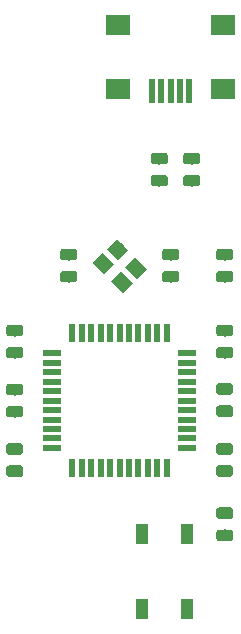
<source format=gtp>
G04 #@! TF.GenerationSoftware,KiCad,Pcbnew,(5.1.2)-2*
G04 #@! TF.CreationDate,2020-01-02T13:45:33-06:00*
G04 #@! TF.ProjectId,untitled-keyboard-project,756e7469-746c-4656-942d-6b6579626f61,rev?*
G04 #@! TF.SameCoordinates,Original*
G04 #@! TF.FileFunction,Paste,Top*
G04 #@! TF.FilePolarity,Positive*
%FSLAX46Y46*%
G04 Gerber Fmt 4.6, Leading zero omitted, Abs format (unit mm)*
G04 Created by KiCad (PCBNEW (5.1.2)-2) date 2020-01-02 13:45:33*
%MOMM*%
%LPD*%
G04 APERTURE LIST*
%ADD10R,1.000000X1.700000*%
%ADD11C,0.100000*%
%ADD12C,0.975000*%
%ADD13R,0.550000X1.500000*%
%ADD14R,1.500000X0.550000*%
%ADD15R,2.000000X1.700000*%
%ADD16R,0.500000X2.000000*%
%ADD17C,1.200000*%
G04 APERTURE END LIST*
D10*
X197480000Y-87274000D03*
X197480000Y-93574000D03*
X193680000Y-87274000D03*
X193680000Y-93574000D03*
D11*
G36*
X201140142Y-84984674D02*
G01*
X201163803Y-84988184D01*
X201187007Y-84993996D01*
X201209529Y-85002054D01*
X201231153Y-85012282D01*
X201251670Y-85024579D01*
X201270883Y-85038829D01*
X201288607Y-85054893D01*
X201304671Y-85072617D01*
X201318921Y-85091830D01*
X201331218Y-85112347D01*
X201341446Y-85133971D01*
X201349504Y-85156493D01*
X201355316Y-85179697D01*
X201358826Y-85203358D01*
X201360000Y-85227250D01*
X201360000Y-85714750D01*
X201358826Y-85738642D01*
X201355316Y-85762303D01*
X201349504Y-85785507D01*
X201341446Y-85808029D01*
X201331218Y-85829653D01*
X201318921Y-85850170D01*
X201304671Y-85869383D01*
X201288607Y-85887107D01*
X201270883Y-85903171D01*
X201251670Y-85917421D01*
X201231153Y-85929718D01*
X201209529Y-85939946D01*
X201187007Y-85948004D01*
X201163803Y-85953816D01*
X201140142Y-85957326D01*
X201116250Y-85958500D01*
X200203750Y-85958500D01*
X200179858Y-85957326D01*
X200156197Y-85953816D01*
X200132993Y-85948004D01*
X200110471Y-85939946D01*
X200088847Y-85929718D01*
X200068330Y-85917421D01*
X200049117Y-85903171D01*
X200031393Y-85887107D01*
X200015329Y-85869383D01*
X200001079Y-85850170D01*
X199988782Y-85829653D01*
X199978554Y-85808029D01*
X199970496Y-85785507D01*
X199964684Y-85762303D01*
X199961174Y-85738642D01*
X199960000Y-85714750D01*
X199960000Y-85227250D01*
X199961174Y-85203358D01*
X199964684Y-85179697D01*
X199970496Y-85156493D01*
X199978554Y-85133971D01*
X199988782Y-85112347D01*
X200001079Y-85091830D01*
X200015329Y-85072617D01*
X200031393Y-85054893D01*
X200049117Y-85038829D01*
X200068330Y-85024579D01*
X200088847Y-85012282D01*
X200110471Y-85002054D01*
X200132993Y-84993996D01*
X200156197Y-84988184D01*
X200179858Y-84984674D01*
X200203750Y-84983500D01*
X201116250Y-84983500D01*
X201140142Y-84984674D01*
X201140142Y-84984674D01*
G37*
D12*
X200660000Y-85471000D03*
D11*
G36*
X201140142Y-86859674D02*
G01*
X201163803Y-86863184D01*
X201187007Y-86868996D01*
X201209529Y-86877054D01*
X201231153Y-86887282D01*
X201251670Y-86899579D01*
X201270883Y-86913829D01*
X201288607Y-86929893D01*
X201304671Y-86947617D01*
X201318921Y-86966830D01*
X201331218Y-86987347D01*
X201341446Y-87008971D01*
X201349504Y-87031493D01*
X201355316Y-87054697D01*
X201358826Y-87078358D01*
X201360000Y-87102250D01*
X201360000Y-87589750D01*
X201358826Y-87613642D01*
X201355316Y-87637303D01*
X201349504Y-87660507D01*
X201341446Y-87683029D01*
X201331218Y-87704653D01*
X201318921Y-87725170D01*
X201304671Y-87744383D01*
X201288607Y-87762107D01*
X201270883Y-87778171D01*
X201251670Y-87792421D01*
X201231153Y-87804718D01*
X201209529Y-87814946D01*
X201187007Y-87823004D01*
X201163803Y-87828816D01*
X201140142Y-87832326D01*
X201116250Y-87833500D01*
X200203750Y-87833500D01*
X200179858Y-87832326D01*
X200156197Y-87828816D01*
X200132993Y-87823004D01*
X200110471Y-87814946D01*
X200088847Y-87804718D01*
X200068330Y-87792421D01*
X200049117Y-87778171D01*
X200031393Y-87762107D01*
X200015329Y-87744383D01*
X200001079Y-87725170D01*
X199988782Y-87704653D01*
X199978554Y-87683029D01*
X199970496Y-87660507D01*
X199964684Y-87637303D01*
X199961174Y-87613642D01*
X199960000Y-87589750D01*
X199960000Y-87102250D01*
X199961174Y-87078358D01*
X199964684Y-87054697D01*
X199970496Y-87031493D01*
X199978554Y-87008971D01*
X199988782Y-86987347D01*
X200001079Y-86966830D01*
X200015329Y-86947617D01*
X200031393Y-86929893D01*
X200049117Y-86913829D01*
X200068330Y-86899579D01*
X200088847Y-86887282D01*
X200110471Y-86877054D01*
X200132993Y-86868996D01*
X200156197Y-86863184D01*
X200179858Y-86859674D01*
X200203750Y-86858500D01*
X201116250Y-86858500D01*
X201140142Y-86859674D01*
X201140142Y-86859674D01*
G37*
D12*
X200660000Y-87346000D03*
D11*
G36*
X201140142Y-63092174D02*
G01*
X201163803Y-63095684D01*
X201187007Y-63101496D01*
X201209529Y-63109554D01*
X201231153Y-63119782D01*
X201251670Y-63132079D01*
X201270883Y-63146329D01*
X201288607Y-63162393D01*
X201304671Y-63180117D01*
X201318921Y-63199330D01*
X201331218Y-63219847D01*
X201341446Y-63241471D01*
X201349504Y-63263993D01*
X201355316Y-63287197D01*
X201358826Y-63310858D01*
X201360000Y-63334750D01*
X201360000Y-63822250D01*
X201358826Y-63846142D01*
X201355316Y-63869803D01*
X201349504Y-63893007D01*
X201341446Y-63915529D01*
X201331218Y-63937153D01*
X201318921Y-63957670D01*
X201304671Y-63976883D01*
X201288607Y-63994607D01*
X201270883Y-64010671D01*
X201251670Y-64024921D01*
X201231153Y-64037218D01*
X201209529Y-64047446D01*
X201187007Y-64055504D01*
X201163803Y-64061316D01*
X201140142Y-64064826D01*
X201116250Y-64066000D01*
X200203750Y-64066000D01*
X200179858Y-64064826D01*
X200156197Y-64061316D01*
X200132993Y-64055504D01*
X200110471Y-64047446D01*
X200088847Y-64037218D01*
X200068330Y-64024921D01*
X200049117Y-64010671D01*
X200031393Y-63994607D01*
X200015329Y-63976883D01*
X200001079Y-63957670D01*
X199988782Y-63937153D01*
X199978554Y-63915529D01*
X199970496Y-63893007D01*
X199964684Y-63869803D01*
X199961174Y-63846142D01*
X199960000Y-63822250D01*
X199960000Y-63334750D01*
X199961174Y-63310858D01*
X199964684Y-63287197D01*
X199970496Y-63263993D01*
X199978554Y-63241471D01*
X199988782Y-63219847D01*
X200001079Y-63199330D01*
X200015329Y-63180117D01*
X200031393Y-63162393D01*
X200049117Y-63146329D01*
X200068330Y-63132079D01*
X200088847Y-63119782D01*
X200110471Y-63109554D01*
X200132993Y-63101496D01*
X200156197Y-63095684D01*
X200179858Y-63092174D01*
X200203750Y-63091000D01*
X201116250Y-63091000D01*
X201140142Y-63092174D01*
X201140142Y-63092174D01*
G37*
D12*
X200660000Y-63578500D03*
D11*
G36*
X201140142Y-64967174D02*
G01*
X201163803Y-64970684D01*
X201187007Y-64976496D01*
X201209529Y-64984554D01*
X201231153Y-64994782D01*
X201251670Y-65007079D01*
X201270883Y-65021329D01*
X201288607Y-65037393D01*
X201304671Y-65055117D01*
X201318921Y-65074330D01*
X201331218Y-65094847D01*
X201341446Y-65116471D01*
X201349504Y-65138993D01*
X201355316Y-65162197D01*
X201358826Y-65185858D01*
X201360000Y-65209750D01*
X201360000Y-65697250D01*
X201358826Y-65721142D01*
X201355316Y-65744803D01*
X201349504Y-65768007D01*
X201341446Y-65790529D01*
X201331218Y-65812153D01*
X201318921Y-65832670D01*
X201304671Y-65851883D01*
X201288607Y-65869607D01*
X201270883Y-65885671D01*
X201251670Y-65899921D01*
X201231153Y-65912218D01*
X201209529Y-65922446D01*
X201187007Y-65930504D01*
X201163803Y-65936316D01*
X201140142Y-65939826D01*
X201116250Y-65941000D01*
X200203750Y-65941000D01*
X200179858Y-65939826D01*
X200156197Y-65936316D01*
X200132993Y-65930504D01*
X200110471Y-65922446D01*
X200088847Y-65912218D01*
X200068330Y-65899921D01*
X200049117Y-65885671D01*
X200031393Y-65869607D01*
X200015329Y-65851883D01*
X200001079Y-65832670D01*
X199988782Y-65812153D01*
X199978554Y-65790529D01*
X199970496Y-65768007D01*
X199964684Y-65744803D01*
X199961174Y-65721142D01*
X199960000Y-65697250D01*
X199960000Y-65209750D01*
X199961174Y-65185858D01*
X199964684Y-65162197D01*
X199970496Y-65138993D01*
X199978554Y-65116471D01*
X199988782Y-65094847D01*
X200001079Y-65074330D01*
X200015329Y-65055117D01*
X200031393Y-65037393D01*
X200049117Y-65021329D01*
X200068330Y-65007079D01*
X200088847Y-64994782D01*
X200110471Y-64984554D01*
X200132993Y-64976496D01*
X200156197Y-64970684D01*
X200179858Y-64967174D01*
X200203750Y-64966000D01*
X201116250Y-64966000D01*
X201140142Y-64967174D01*
X201140142Y-64967174D01*
G37*
D12*
X200660000Y-65453500D03*
D11*
G36*
X201140142Y-79538674D02*
G01*
X201163803Y-79542184D01*
X201187007Y-79547996D01*
X201209529Y-79556054D01*
X201231153Y-79566282D01*
X201251670Y-79578579D01*
X201270883Y-79592829D01*
X201288607Y-79608893D01*
X201304671Y-79626617D01*
X201318921Y-79645830D01*
X201331218Y-79666347D01*
X201341446Y-79687971D01*
X201349504Y-79710493D01*
X201355316Y-79733697D01*
X201358826Y-79757358D01*
X201360000Y-79781250D01*
X201360000Y-80268750D01*
X201358826Y-80292642D01*
X201355316Y-80316303D01*
X201349504Y-80339507D01*
X201341446Y-80362029D01*
X201331218Y-80383653D01*
X201318921Y-80404170D01*
X201304671Y-80423383D01*
X201288607Y-80441107D01*
X201270883Y-80457171D01*
X201251670Y-80471421D01*
X201231153Y-80483718D01*
X201209529Y-80493946D01*
X201187007Y-80502004D01*
X201163803Y-80507816D01*
X201140142Y-80511326D01*
X201116250Y-80512500D01*
X200203750Y-80512500D01*
X200179858Y-80511326D01*
X200156197Y-80507816D01*
X200132993Y-80502004D01*
X200110471Y-80493946D01*
X200088847Y-80483718D01*
X200068330Y-80471421D01*
X200049117Y-80457171D01*
X200031393Y-80441107D01*
X200015329Y-80423383D01*
X200001079Y-80404170D01*
X199988782Y-80383653D01*
X199978554Y-80362029D01*
X199970496Y-80339507D01*
X199964684Y-80316303D01*
X199961174Y-80292642D01*
X199960000Y-80268750D01*
X199960000Y-79781250D01*
X199961174Y-79757358D01*
X199964684Y-79733697D01*
X199970496Y-79710493D01*
X199978554Y-79687971D01*
X199988782Y-79666347D01*
X200001079Y-79645830D01*
X200015329Y-79626617D01*
X200031393Y-79608893D01*
X200049117Y-79592829D01*
X200068330Y-79578579D01*
X200088847Y-79566282D01*
X200110471Y-79556054D01*
X200132993Y-79547996D01*
X200156197Y-79542184D01*
X200179858Y-79538674D01*
X200203750Y-79537500D01*
X201116250Y-79537500D01*
X201140142Y-79538674D01*
X201140142Y-79538674D01*
G37*
D12*
X200660000Y-80025000D03*
D11*
G36*
X201140142Y-81413674D02*
G01*
X201163803Y-81417184D01*
X201187007Y-81422996D01*
X201209529Y-81431054D01*
X201231153Y-81441282D01*
X201251670Y-81453579D01*
X201270883Y-81467829D01*
X201288607Y-81483893D01*
X201304671Y-81501617D01*
X201318921Y-81520830D01*
X201331218Y-81541347D01*
X201341446Y-81562971D01*
X201349504Y-81585493D01*
X201355316Y-81608697D01*
X201358826Y-81632358D01*
X201360000Y-81656250D01*
X201360000Y-82143750D01*
X201358826Y-82167642D01*
X201355316Y-82191303D01*
X201349504Y-82214507D01*
X201341446Y-82237029D01*
X201331218Y-82258653D01*
X201318921Y-82279170D01*
X201304671Y-82298383D01*
X201288607Y-82316107D01*
X201270883Y-82332171D01*
X201251670Y-82346421D01*
X201231153Y-82358718D01*
X201209529Y-82368946D01*
X201187007Y-82377004D01*
X201163803Y-82382816D01*
X201140142Y-82386326D01*
X201116250Y-82387500D01*
X200203750Y-82387500D01*
X200179858Y-82386326D01*
X200156197Y-82382816D01*
X200132993Y-82377004D01*
X200110471Y-82368946D01*
X200088847Y-82358718D01*
X200068330Y-82346421D01*
X200049117Y-82332171D01*
X200031393Y-82316107D01*
X200015329Y-82298383D01*
X200001079Y-82279170D01*
X199988782Y-82258653D01*
X199978554Y-82237029D01*
X199970496Y-82214507D01*
X199964684Y-82191303D01*
X199961174Y-82167642D01*
X199960000Y-82143750D01*
X199960000Y-81656250D01*
X199961174Y-81632358D01*
X199964684Y-81608697D01*
X199970496Y-81585493D01*
X199978554Y-81562971D01*
X199988782Y-81541347D01*
X200001079Y-81520830D01*
X200015329Y-81501617D01*
X200031393Y-81483893D01*
X200049117Y-81467829D01*
X200068330Y-81453579D01*
X200088847Y-81441282D01*
X200110471Y-81431054D01*
X200132993Y-81422996D01*
X200156197Y-81417184D01*
X200179858Y-81413674D01*
X200203750Y-81412500D01*
X201116250Y-81412500D01*
X201140142Y-81413674D01*
X201140142Y-81413674D01*
G37*
D12*
X200660000Y-81900000D03*
D11*
G36*
X201140142Y-69520674D02*
G01*
X201163803Y-69524184D01*
X201187007Y-69529996D01*
X201209529Y-69538054D01*
X201231153Y-69548282D01*
X201251670Y-69560579D01*
X201270883Y-69574829D01*
X201288607Y-69590893D01*
X201304671Y-69608617D01*
X201318921Y-69627830D01*
X201331218Y-69648347D01*
X201341446Y-69669971D01*
X201349504Y-69692493D01*
X201355316Y-69715697D01*
X201358826Y-69739358D01*
X201360000Y-69763250D01*
X201360000Y-70250750D01*
X201358826Y-70274642D01*
X201355316Y-70298303D01*
X201349504Y-70321507D01*
X201341446Y-70344029D01*
X201331218Y-70365653D01*
X201318921Y-70386170D01*
X201304671Y-70405383D01*
X201288607Y-70423107D01*
X201270883Y-70439171D01*
X201251670Y-70453421D01*
X201231153Y-70465718D01*
X201209529Y-70475946D01*
X201187007Y-70484004D01*
X201163803Y-70489816D01*
X201140142Y-70493326D01*
X201116250Y-70494500D01*
X200203750Y-70494500D01*
X200179858Y-70493326D01*
X200156197Y-70489816D01*
X200132993Y-70484004D01*
X200110471Y-70475946D01*
X200088847Y-70465718D01*
X200068330Y-70453421D01*
X200049117Y-70439171D01*
X200031393Y-70423107D01*
X200015329Y-70405383D01*
X200001079Y-70386170D01*
X199988782Y-70365653D01*
X199978554Y-70344029D01*
X199970496Y-70321507D01*
X199964684Y-70298303D01*
X199961174Y-70274642D01*
X199960000Y-70250750D01*
X199960000Y-69763250D01*
X199961174Y-69739358D01*
X199964684Y-69715697D01*
X199970496Y-69692493D01*
X199978554Y-69669971D01*
X199988782Y-69648347D01*
X200001079Y-69627830D01*
X200015329Y-69608617D01*
X200031393Y-69590893D01*
X200049117Y-69574829D01*
X200068330Y-69560579D01*
X200088847Y-69548282D01*
X200110471Y-69538054D01*
X200132993Y-69529996D01*
X200156197Y-69524184D01*
X200179858Y-69520674D01*
X200203750Y-69519500D01*
X201116250Y-69519500D01*
X201140142Y-69520674D01*
X201140142Y-69520674D01*
G37*
D12*
X200660000Y-70007000D03*
D11*
G36*
X201140142Y-71395674D02*
G01*
X201163803Y-71399184D01*
X201187007Y-71404996D01*
X201209529Y-71413054D01*
X201231153Y-71423282D01*
X201251670Y-71435579D01*
X201270883Y-71449829D01*
X201288607Y-71465893D01*
X201304671Y-71483617D01*
X201318921Y-71502830D01*
X201331218Y-71523347D01*
X201341446Y-71544971D01*
X201349504Y-71567493D01*
X201355316Y-71590697D01*
X201358826Y-71614358D01*
X201360000Y-71638250D01*
X201360000Y-72125750D01*
X201358826Y-72149642D01*
X201355316Y-72173303D01*
X201349504Y-72196507D01*
X201341446Y-72219029D01*
X201331218Y-72240653D01*
X201318921Y-72261170D01*
X201304671Y-72280383D01*
X201288607Y-72298107D01*
X201270883Y-72314171D01*
X201251670Y-72328421D01*
X201231153Y-72340718D01*
X201209529Y-72350946D01*
X201187007Y-72359004D01*
X201163803Y-72364816D01*
X201140142Y-72368326D01*
X201116250Y-72369500D01*
X200203750Y-72369500D01*
X200179858Y-72368326D01*
X200156197Y-72364816D01*
X200132993Y-72359004D01*
X200110471Y-72350946D01*
X200088847Y-72340718D01*
X200068330Y-72328421D01*
X200049117Y-72314171D01*
X200031393Y-72298107D01*
X200015329Y-72280383D01*
X200001079Y-72261170D01*
X199988782Y-72240653D01*
X199978554Y-72219029D01*
X199970496Y-72196507D01*
X199964684Y-72173303D01*
X199961174Y-72149642D01*
X199960000Y-72125750D01*
X199960000Y-71638250D01*
X199961174Y-71614358D01*
X199964684Y-71590697D01*
X199970496Y-71567493D01*
X199978554Y-71544971D01*
X199988782Y-71523347D01*
X200001079Y-71502830D01*
X200015329Y-71483617D01*
X200031393Y-71465893D01*
X200049117Y-71449829D01*
X200068330Y-71435579D01*
X200088847Y-71423282D01*
X200110471Y-71413054D01*
X200132993Y-71404996D01*
X200156197Y-71399184D01*
X200179858Y-71395674D01*
X200203750Y-71394500D01*
X201116250Y-71394500D01*
X201140142Y-71395674D01*
X201140142Y-71395674D01*
G37*
D12*
X200660000Y-71882000D03*
D13*
X195770000Y-81646000D03*
X194970000Y-81646000D03*
X194170000Y-81646000D03*
X193370000Y-81646000D03*
X192570000Y-81646000D03*
X191770000Y-81646000D03*
X190970000Y-81646000D03*
X190170000Y-81646000D03*
X189370000Y-81646000D03*
X188570000Y-81646000D03*
X187770000Y-81646000D03*
D14*
X186070000Y-79946000D03*
X186070000Y-79146000D03*
X186070000Y-78346000D03*
X186070000Y-77546000D03*
X186070000Y-76746000D03*
X186070000Y-75946000D03*
X186070000Y-75146000D03*
X186070000Y-74346000D03*
X186070000Y-73546000D03*
X186070000Y-72746000D03*
X186070000Y-71946000D03*
D13*
X187770000Y-70246000D03*
X188570000Y-70246000D03*
X189370000Y-70246000D03*
X190170000Y-70246000D03*
X190970000Y-70246000D03*
X191770000Y-70246000D03*
X192570000Y-70246000D03*
X193370000Y-70246000D03*
X194170000Y-70246000D03*
X194970000Y-70246000D03*
X195770000Y-70246000D03*
D14*
X197470000Y-71946000D03*
X197470000Y-72746000D03*
X197470000Y-73546000D03*
X197470000Y-74346000D03*
X197470000Y-75146000D03*
X197470000Y-75946000D03*
X197470000Y-76746000D03*
X197470000Y-77546000D03*
X197470000Y-78346000D03*
X197470000Y-79146000D03*
X197470000Y-79946000D03*
D11*
G36*
X201140142Y-74473674D02*
G01*
X201163803Y-74477184D01*
X201187007Y-74482996D01*
X201209529Y-74491054D01*
X201231153Y-74501282D01*
X201251670Y-74513579D01*
X201270883Y-74527829D01*
X201288607Y-74543893D01*
X201304671Y-74561617D01*
X201318921Y-74580830D01*
X201331218Y-74601347D01*
X201341446Y-74622971D01*
X201349504Y-74645493D01*
X201355316Y-74668697D01*
X201358826Y-74692358D01*
X201360000Y-74716250D01*
X201360000Y-75203750D01*
X201358826Y-75227642D01*
X201355316Y-75251303D01*
X201349504Y-75274507D01*
X201341446Y-75297029D01*
X201331218Y-75318653D01*
X201318921Y-75339170D01*
X201304671Y-75358383D01*
X201288607Y-75376107D01*
X201270883Y-75392171D01*
X201251670Y-75406421D01*
X201231153Y-75418718D01*
X201209529Y-75428946D01*
X201187007Y-75437004D01*
X201163803Y-75442816D01*
X201140142Y-75446326D01*
X201116250Y-75447500D01*
X200203750Y-75447500D01*
X200179858Y-75446326D01*
X200156197Y-75442816D01*
X200132993Y-75437004D01*
X200110471Y-75428946D01*
X200088847Y-75418718D01*
X200068330Y-75406421D01*
X200049117Y-75392171D01*
X200031393Y-75376107D01*
X200015329Y-75358383D01*
X200001079Y-75339170D01*
X199988782Y-75318653D01*
X199978554Y-75297029D01*
X199970496Y-75274507D01*
X199964684Y-75251303D01*
X199961174Y-75227642D01*
X199960000Y-75203750D01*
X199960000Y-74716250D01*
X199961174Y-74692358D01*
X199964684Y-74668697D01*
X199970496Y-74645493D01*
X199978554Y-74622971D01*
X199988782Y-74601347D01*
X200001079Y-74580830D01*
X200015329Y-74561617D01*
X200031393Y-74543893D01*
X200049117Y-74527829D01*
X200068330Y-74513579D01*
X200088847Y-74501282D01*
X200110471Y-74491054D01*
X200132993Y-74482996D01*
X200156197Y-74477184D01*
X200179858Y-74473674D01*
X200203750Y-74472500D01*
X201116250Y-74472500D01*
X201140142Y-74473674D01*
X201140142Y-74473674D01*
G37*
D12*
X200660000Y-74960000D03*
D11*
G36*
X201140142Y-76348674D02*
G01*
X201163803Y-76352184D01*
X201187007Y-76357996D01*
X201209529Y-76366054D01*
X201231153Y-76376282D01*
X201251670Y-76388579D01*
X201270883Y-76402829D01*
X201288607Y-76418893D01*
X201304671Y-76436617D01*
X201318921Y-76455830D01*
X201331218Y-76476347D01*
X201341446Y-76497971D01*
X201349504Y-76520493D01*
X201355316Y-76543697D01*
X201358826Y-76567358D01*
X201360000Y-76591250D01*
X201360000Y-77078750D01*
X201358826Y-77102642D01*
X201355316Y-77126303D01*
X201349504Y-77149507D01*
X201341446Y-77172029D01*
X201331218Y-77193653D01*
X201318921Y-77214170D01*
X201304671Y-77233383D01*
X201288607Y-77251107D01*
X201270883Y-77267171D01*
X201251670Y-77281421D01*
X201231153Y-77293718D01*
X201209529Y-77303946D01*
X201187007Y-77312004D01*
X201163803Y-77317816D01*
X201140142Y-77321326D01*
X201116250Y-77322500D01*
X200203750Y-77322500D01*
X200179858Y-77321326D01*
X200156197Y-77317816D01*
X200132993Y-77312004D01*
X200110471Y-77303946D01*
X200088847Y-77293718D01*
X200068330Y-77281421D01*
X200049117Y-77267171D01*
X200031393Y-77251107D01*
X200015329Y-77233383D01*
X200001079Y-77214170D01*
X199988782Y-77193653D01*
X199978554Y-77172029D01*
X199970496Y-77149507D01*
X199964684Y-77126303D01*
X199961174Y-77102642D01*
X199960000Y-77078750D01*
X199960000Y-76591250D01*
X199961174Y-76567358D01*
X199964684Y-76543697D01*
X199970496Y-76520493D01*
X199978554Y-76497971D01*
X199988782Y-76476347D01*
X200001079Y-76455830D01*
X200015329Y-76436617D01*
X200031393Y-76418893D01*
X200049117Y-76402829D01*
X200068330Y-76388579D01*
X200088847Y-76376282D01*
X200110471Y-76366054D01*
X200132993Y-76357996D01*
X200156197Y-76352184D01*
X200179858Y-76348674D01*
X200203750Y-76347500D01*
X201116250Y-76347500D01*
X201140142Y-76348674D01*
X201140142Y-76348674D01*
G37*
D12*
X200660000Y-76835000D03*
D11*
G36*
X187932142Y-63092174D02*
G01*
X187955803Y-63095684D01*
X187979007Y-63101496D01*
X188001529Y-63109554D01*
X188023153Y-63119782D01*
X188043670Y-63132079D01*
X188062883Y-63146329D01*
X188080607Y-63162393D01*
X188096671Y-63180117D01*
X188110921Y-63199330D01*
X188123218Y-63219847D01*
X188133446Y-63241471D01*
X188141504Y-63263993D01*
X188147316Y-63287197D01*
X188150826Y-63310858D01*
X188152000Y-63334750D01*
X188152000Y-63822250D01*
X188150826Y-63846142D01*
X188147316Y-63869803D01*
X188141504Y-63893007D01*
X188133446Y-63915529D01*
X188123218Y-63937153D01*
X188110921Y-63957670D01*
X188096671Y-63976883D01*
X188080607Y-63994607D01*
X188062883Y-64010671D01*
X188043670Y-64024921D01*
X188023153Y-64037218D01*
X188001529Y-64047446D01*
X187979007Y-64055504D01*
X187955803Y-64061316D01*
X187932142Y-64064826D01*
X187908250Y-64066000D01*
X186995750Y-64066000D01*
X186971858Y-64064826D01*
X186948197Y-64061316D01*
X186924993Y-64055504D01*
X186902471Y-64047446D01*
X186880847Y-64037218D01*
X186860330Y-64024921D01*
X186841117Y-64010671D01*
X186823393Y-63994607D01*
X186807329Y-63976883D01*
X186793079Y-63957670D01*
X186780782Y-63937153D01*
X186770554Y-63915529D01*
X186762496Y-63893007D01*
X186756684Y-63869803D01*
X186753174Y-63846142D01*
X186752000Y-63822250D01*
X186752000Y-63334750D01*
X186753174Y-63310858D01*
X186756684Y-63287197D01*
X186762496Y-63263993D01*
X186770554Y-63241471D01*
X186780782Y-63219847D01*
X186793079Y-63199330D01*
X186807329Y-63180117D01*
X186823393Y-63162393D01*
X186841117Y-63146329D01*
X186860330Y-63132079D01*
X186880847Y-63119782D01*
X186902471Y-63109554D01*
X186924993Y-63101496D01*
X186948197Y-63095684D01*
X186971858Y-63092174D01*
X186995750Y-63091000D01*
X187908250Y-63091000D01*
X187932142Y-63092174D01*
X187932142Y-63092174D01*
G37*
D12*
X187452000Y-63578500D03*
D11*
G36*
X187932142Y-64967174D02*
G01*
X187955803Y-64970684D01*
X187979007Y-64976496D01*
X188001529Y-64984554D01*
X188023153Y-64994782D01*
X188043670Y-65007079D01*
X188062883Y-65021329D01*
X188080607Y-65037393D01*
X188096671Y-65055117D01*
X188110921Y-65074330D01*
X188123218Y-65094847D01*
X188133446Y-65116471D01*
X188141504Y-65138993D01*
X188147316Y-65162197D01*
X188150826Y-65185858D01*
X188152000Y-65209750D01*
X188152000Y-65697250D01*
X188150826Y-65721142D01*
X188147316Y-65744803D01*
X188141504Y-65768007D01*
X188133446Y-65790529D01*
X188123218Y-65812153D01*
X188110921Y-65832670D01*
X188096671Y-65851883D01*
X188080607Y-65869607D01*
X188062883Y-65885671D01*
X188043670Y-65899921D01*
X188023153Y-65912218D01*
X188001529Y-65922446D01*
X187979007Y-65930504D01*
X187955803Y-65936316D01*
X187932142Y-65939826D01*
X187908250Y-65941000D01*
X186995750Y-65941000D01*
X186971858Y-65939826D01*
X186948197Y-65936316D01*
X186924993Y-65930504D01*
X186902471Y-65922446D01*
X186880847Y-65912218D01*
X186860330Y-65899921D01*
X186841117Y-65885671D01*
X186823393Y-65869607D01*
X186807329Y-65851883D01*
X186793079Y-65832670D01*
X186780782Y-65812153D01*
X186770554Y-65790529D01*
X186762496Y-65768007D01*
X186756684Y-65744803D01*
X186753174Y-65721142D01*
X186752000Y-65697250D01*
X186752000Y-65209750D01*
X186753174Y-65185858D01*
X186756684Y-65162197D01*
X186762496Y-65138993D01*
X186770554Y-65116471D01*
X186780782Y-65094847D01*
X186793079Y-65074330D01*
X186807329Y-65055117D01*
X186823393Y-65037393D01*
X186841117Y-65021329D01*
X186860330Y-65007079D01*
X186880847Y-64994782D01*
X186902471Y-64984554D01*
X186924993Y-64976496D01*
X186948197Y-64970684D01*
X186971858Y-64967174D01*
X186995750Y-64966000D01*
X187908250Y-64966000D01*
X187932142Y-64967174D01*
X187932142Y-64967174D01*
G37*
D12*
X187452000Y-65453500D03*
D11*
G36*
X196568142Y-63092174D02*
G01*
X196591803Y-63095684D01*
X196615007Y-63101496D01*
X196637529Y-63109554D01*
X196659153Y-63119782D01*
X196679670Y-63132079D01*
X196698883Y-63146329D01*
X196716607Y-63162393D01*
X196732671Y-63180117D01*
X196746921Y-63199330D01*
X196759218Y-63219847D01*
X196769446Y-63241471D01*
X196777504Y-63263993D01*
X196783316Y-63287197D01*
X196786826Y-63310858D01*
X196788000Y-63334750D01*
X196788000Y-63822250D01*
X196786826Y-63846142D01*
X196783316Y-63869803D01*
X196777504Y-63893007D01*
X196769446Y-63915529D01*
X196759218Y-63937153D01*
X196746921Y-63957670D01*
X196732671Y-63976883D01*
X196716607Y-63994607D01*
X196698883Y-64010671D01*
X196679670Y-64024921D01*
X196659153Y-64037218D01*
X196637529Y-64047446D01*
X196615007Y-64055504D01*
X196591803Y-64061316D01*
X196568142Y-64064826D01*
X196544250Y-64066000D01*
X195631750Y-64066000D01*
X195607858Y-64064826D01*
X195584197Y-64061316D01*
X195560993Y-64055504D01*
X195538471Y-64047446D01*
X195516847Y-64037218D01*
X195496330Y-64024921D01*
X195477117Y-64010671D01*
X195459393Y-63994607D01*
X195443329Y-63976883D01*
X195429079Y-63957670D01*
X195416782Y-63937153D01*
X195406554Y-63915529D01*
X195398496Y-63893007D01*
X195392684Y-63869803D01*
X195389174Y-63846142D01*
X195388000Y-63822250D01*
X195388000Y-63334750D01*
X195389174Y-63310858D01*
X195392684Y-63287197D01*
X195398496Y-63263993D01*
X195406554Y-63241471D01*
X195416782Y-63219847D01*
X195429079Y-63199330D01*
X195443329Y-63180117D01*
X195459393Y-63162393D01*
X195477117Y-63146329D01*
X195496330Y-63132079D01*
X195516847Y-63119782D01*
X195538471Y-63109554D01*
X195560993Y-63101496D01*
X195584197Y-63095684D01*
X195607858Y-63092174D01*
X195631750Y-63091000D01*
X196544250Y-63091000D01*
X196568142Y-63092174D01*
X196568142Y-63092174D01*
G37*
D12*
X196088000Y-63578500D03*
D11*
G36*
X196568142Y-64967174D02*
G01*
X196591803Y-64970684D01*
X196615007Y-64976496D01*
X196637529Y-64984554D01*
X196659153Y-64994782D01*
X196679670Y-65007079D01*
X196698883Y-65021329D01*
X196716607Y-65037393D01*
X196732671Y-65055117D01*
X196746921Y-65074330D01*
X196759218Y-65094847D01*
X196769446Y-65116471D01*
X196777504Y-65138993D01*
X196783316Y-65162197D01*
X196786826Y-65185858D01*
X196788000Y-65209750D01*
X196788000Y-65697250D01*
X196786826Y-65721142D01*
X196783316Y-65744803D01*
X196777504Y-65768007D01*
X196769446Y-65790529D01*
X196759218Y-65812153D01*
X196746921Y-65832670D01*
X196732671Y-65851883D01*
X196716607Y-65869607D01*
X196698883Y-65885671D01*
X196679670Y-65899921D01*
X196659153Y-65912218D01*
X196637529Y-65922446D01*
X196615007Y-65930504D01*
X196591803Y-65936316D01*
X196568142Y-65939826D01*
X196544250Y-65941000D01*
X195631750Y-65941000D01*
X195607858Y-65939826D01*
X195584197Y-65936316D01*
X195560993Y-65930504D01*
X195538471Y-65922446D01*
X195516847Y-65912218D01*
X195496330Y-65899921D01*
X195477117Y-65885671D01*
X195459393Y-65869607D01*
X195443329Y-65851883D01*
X195429079Y-65832670D01*
X195416782Y-65812153D01*
X195406554Y-65790529D01*
X195398496Y-65768007D01*
X195392684Y-65744803D01*
X195389174Y-65721142D01*
X195388000Y-65697250D01*
X195388000Y-65209750D01*
X195389174Y-65185858D01*
X195392684Y-65162197D01*
X195398496Y-65138993D01*
X195406554Y-65116471D01*
X195416782Y-65094847D01*
X195429079Y-65074330D01*
X195443329Y-65055117D01*
X195459393Y-65037393D01*
X195477117Y-65021329D01*
X195496330Y-65007079D01*
X195516847Y-64994782D01*
X195538471Y-64984554D01*
X195560993Y-64976496D01*
X195584197Y-64970684D01*
X195607858Y-64967174D01*
X195631750Y-64966000D01*
X196544250Y-64966000D01*
X196568142Y-64967174D01*
X196568142Y-64967174D01*
G37*
D12*
X196088000Y-65453500D03*
D15*
X191638000Y-44140000D03*
X191638000Y-49590000D03*
X200538000Y-44140000D03*
X200538000Y-49590000D03*
D16*
X194488000Y-49690000D03*
X195288000Y-49690000D03*
X196088000Y-49690000D03*
X196888000Y-49690000D03*
X197688000Y-49690000D03*
D11*
G36*
X195618142Y-56839174D02*
G01*
X195641803Y-56842684D01*
X195665007Y-56848496D01*
X195687529Y-56856554D01*
X195709153Y-56866782D01*
X195729670Y-56879079D01*
X195748883Y-56893329D01*
X195766607Y-56909393D01*
X195782671Y-56927117D01*
X195796921Y-56946330D01*
X195809218Y-56966847D01*
X195819446Y-56988471D01*
X195827504Y-57010993D01*
X195833316Y-57034197D01*
X195836826Y-57057858D01*
X195838000Y-57081750D01*
X195838000Y-57569250D01*
X195836826Y-57593142D01*
X195833316Y-57616803D01*
X195827504Y-57640007D01*
X195819446Y-57662529D01*
X195809218Y-57684153D01*
X195796921Y-57704670D01*
X195782671Y-57723883D01*
X195766607Y-57741607D01*
X195748883Y-57757671D01*
X195729670Y-57771921D01*
X195709153Y-57784218D01*
X195687529Y-57794446D01*
X195665007Y-57802504D01*
X195641803Y-57808316D01*
X195618142Y-57811826D01*
X195594250Y-57813000D01*
X194681750Y-57813000D01*
X194657858Y-57811826D01*
X194634197Y-57808316D01*
X194610993Y-57802504D01*
X194588471Y-57794446D01*
X194566847Y-57784218D01*
X194546330Y-57771921D01*
X194527117Y-57757671D01*
X194509393Y-57741607D01*
X194493329Y-57723883D01*
X194479079Y-57704670D01*
X194466782Y-57684153D01*
X194456554Y-57662529D01*
X194448496Y-57640007D01*
X194442684Y-57616803D01*
X194439174Y-57593142D01*
X194438000Y-57569250D01*
X194438000Y-57081750D01*
X194439174Y-57057858D01*
X194442684Y-57034197D01*
X194448496Y-57010993D01*
X194456554Y-56988471D01*
X194466782Y-56966847D01*
X194479079Y-56946330D01*
X194493329Y-56927117D01*
X194509393Y-56909393D01*
X194527117Y-56893329D01*
X194546330Y-56879079D01*
X194566847Y-56866782D01*
X194588471Y-56856554D01*
X194610993Y-56848496D01*
X194634197Y-56842684D01*
X194657858Y-56839174D01*
X194681750Y-56838000D01*
X195594250Y-56838000D01*
X195618142Y-56839174D01*
X195618142Y-56839174D01*
G37*
D12*
X195138000Y-57325500D03*
D11*
G36*
X195618142Y-54964174D02*
G01*
X195641803Y-54967684D01*
X195665007Y-54973496D01*
X195687529Y-54981554D01*
X195709153Y-54991782D01*
X195729670Y-55004079D01*
X195748883Y-55018329D01*
X195766607Y-55034393D01*
X195782671Y-55052117D01*
X195796921Y-55071330D01*
X195809218Y-55091847D01*
X195819446Y-55113471D01*
X195827504Y-55135993D01*
X195833316Y-55159197D01*
X195836826Y-55182858D01*
X195838000Y-55206750D01*
X195838000Y-55694250D01*
X195836826Y-55718142D01*
X195833316Y-55741803D01*
X195827504Y-55765007D01*
X195819446Y-55787529D01*
X195809218Y-55809153D01*
X195796921Y-55829670D01*
X195782671Y-55848883D01*
X195766607Y-55866607D01*
X195748883Y-55882671D01*
X195729670Y-55896921D01*
X195709153Y-55909218D01*
X195687529Y-55919446D01*
X195665007Y-55927504D01*
X195641803Y-55933316D01*
X195618142Y-55936826D01*
X195594250Y-55938000D01*
X194681750Y-55938000D01*
X194657858Y-55936826D01*
X194634197Y-55933316D01*
X194610993Y-55927504D01*
X194588471Y-55919446D01*
X194566847Y-55909218D01*
X194546330Y-55896921D01*
X194527117Y-55882671D01*
X194509393Y-55866607D01*
X194493329Y-55848883D01*
X194479079Y-55829670D01*
X194466782Y-55809153D01*
X194456554Y-55787529D01*
X194448496Y-55765007D01*
X194442684Y-55741803D01*
X194439174Y-55718142D01*
X194438000Y-55694250D01*
X194438000Y-55206750D01*
X194439174Y-55182858D01*
X194442684Y-55159197D01*
X194448496Y-55135993D01*
X194456554Y-55113471D01*
X194466782Y-55091847D01*
X194479079Y-55071330D01*
X194493329Y-55052117D01*
X194509393Y-55034393D01*
X194527117Y-55018329D01*
X194546330Y-55004079D01*
X194566847Y-54991782D01*
X194588471Y-54981554D01*
X194610993Y-54973496D01*
X194634197Y-54967684D01*
X194657858Y-54964174D01*
X194681750Y-54963000D01*
X195594250Y-54963000D01*
X195618142Y-54964174D01*
X195618142Y-54964174D01*
G37*
D12*
X195138000Y-55450500D03*
D11*
G36*
X198346142Y-56839174D02*
G01*
X198369803Y-56842684D01*
X198393007Y-56848496D01*
X198415529Y-56856554D01*
X198437153Y-56866782D01*
X198457670Y-56879079D01*
X198476883Y-56893329D01*
X198494607Y-56909393D01*
X198510671Y-56927117D01*
X198524921Y-56946330D01*
X198537218Y-56966847D01*
X198547446Y-56988471D01*
X198555504Y-57010993D01*
X198561316Y-57034197D01*
X198564826Y-57057858D01*
X198566000Y-57081750D01*
X198566000Y-57569250D01*
X198564826Y-57593142D01*
X198561316Y-57616803D01*
X198555504Y-57640007D01*
X198547446Y-57662529D01*
X198537218Y-57684153D01*
X198524921Y-57704670D01*
X198510671Y-57723883D01*
X198494607Y-57741607D01*
X198476883Y-57757671D01*
X198457670Y-57771921D01*
X198437153Y-57784218D01*
X198415529Y-57794446D01*
X198393007Y-57802504D01*
X198369803Y-57808316D01*
X198346142Y-57811826D01*
X198322250Y-57813000D01*
X197409750Y-57813000D01*
X197385858Y-57811826D01*
X197362197Y-57808316D01*
X197338993Y-57802504D01*
X197316471Y-57794446D01*
X197294847Y-57784218D01*
X197274330Y-57771921D01*
X197255117Y-57757671D01*
X197237393Y-57741607D01*
X197221329Y-57723883D01*
X197207079Y-57704670D01*
X197194782Y-57684153D01*
X197184554Y-57662529D01*
X197176496Y-57640007D01*
X197170684Y-57616803D01*
X197167174Y-57593142D01*
X197166000Y-57569250D01*
X197166000Y-57081750D01*
X197167174Y-57057858D01*
X197170684Y-57034197D01*
X197176496Y-57010993D01*
X197184554Y-56988471D01*
X197194782Y-56966847D01*
X197207079Y-56946330D01*
X197221329Y-56927117D01*
X197237393Y-56909393D01*
X197255117Y-56893329D01*
X197274330Y-56879079D01*
X197294847Y-56866782D01*
X197316471Y-56856554D01*
X197338993Y-56848496D01*
X197362197Y-56842684D01*
X197385858Y-56839174D01*
X197409750Y-56838000D01*
X198322250Y-56838000D01*
X198346142Y-56839174D01*
X198346142Y-56839174D01*
G37*
D12*
X197866000Y-57325500D03*
D11*
G36*
X198346142Y-54964174D02*
G01*
X198369803Y-54967684D01*
X198393007Y-54973496D01*
X198415529Y-54981554D01*
X198437153Y-54991782D01*
X198457670Y-55004079D01*
X198476883Y-55018329D01*
X198494607Y-55034393D01*
X198510671Y-55052117D01*
X198524921Y-55071330D01*
X198537218Y-55091847D01*
X198547446Y-55113471D01*
X198555504Y-55135993D01*
X198561316Y-55159197D01*
X198564826Y-55182858D01*
X198566000Y-55206750D01*
X198566000Y-55694250D01*
X198564826Y-55718142D01*
X198561316Y-55741803D01*
X198555504Y-55765007D01*
X198547446Y-55787529D01*
X198537218Y-55809153D01*
X198524921Y-55829670D01*
X198510671Y-55848883D01*
X198494607Y-55866607D01*
X198476883Y-55882671D01*
X198457670Y-55896921D01*
X198437153Y-55909218D01*
X198415529Y-55919446D01*
X198393007Y-55927504D01*
X198369803Y-55933316D01*
X198346142Y-55936826D01*
X198322250Y-55938000D01*
X197409750Y-55938000D01*
X197385858Y-55936826D01*
X197362197Y-55933316D01*
X197338993Y-55927504D01*
X197316471Y-55919446D01*
X197294847Y-55909218D01*
X197274330Y-55896921D01*
X197255117Y-55882671D01*
X197237393Y-55866607D01*
X197221329Y-55848883D01*
X197207079Y-55829670D01*
X197194782Y-55809153D01*
X197184554Y-55787529D01*
X197176496Y-55765007D01*
X197170684Y-55741803D01*
X197167174Y-55718142D01*
X197166000Y-55694250D01*
X197166000Y-55206750D01*
X197167174Y-55182858D01*
X197170684Y-55159197D01*
X197176496Y-55135993D01*
X197184554Y-55113471D01*
X197194782Y-55091847D01*
X197207079Y-55071330D01*
X197221329Y-55052117D01*
X197237393Y-55034393D01*
X197255117Y-55018329D01*
X197274330Y-55004079D01*
X197294847Y-54991782D01*
X197316471Y-54981554D01*
X197338993Y-54973496D01*
X197362197Y-54967684D01*
X197385858Y-54964174D01*
X197409750Y-54963000D01*
X198322250Y-54963000D01*
X198346142Y-54964174D01*
X198346142Y-54964174D01*
G37*
D12*
X197866000Y-55450500D03*
D11*
G36*
X183360142Y-74522174D02*
G01*
X183383803Y-74525684D01*
X183407007Y-74531496D01*
X183429529Y-74539554D01*
X183451153Y-74549782D01*
X183471670Y-74562079D01*
X183490883Y-74576329D01*
X183508607Y-74592393D01*
X183524671Y-74610117D01*
X183538921Y-74629330D01*
X183551218Y-74649847D01*
X183561446Y-74671471D01*
X183569504Y-74693993D01*
X183575316Y-74717197D01*
X183578826Y-74740858D01*
X183580000Y-74764750D01*
X183580000Y-75252250D01*
X183578826Y-75276142D01*
X183575316Y-75299803D01*
X183569504Y-75323007D01*
X183561446Y-75345529D01*
X183551218Y-75367153D01*
X183538921Y-75387670D01*
X183524671Y-75406883D01*
X183508607Y-75424607D01*
X183490883Y-75440671D01*
X183471670Y-75454921D01*
X183451153Y-75467218D01*
X183429529Y-75477446D01*
X183407007Y-75485504D01*
X183383803Y-75491316D01*
X183360142Y-75494826D01*
X183336250Y-75496000D01*
X182423750Y-75496000D01*
X182399858Y-75494826D01*
X182376197Y-75491316D01*
X182352993Y-75485504D01*
X182330471Y-75477446D01*
X182308847Y-75467218D01*
X182288330Y-75454921D01*
X182269117Y-75440671D01*
X182251393Y-75424607D01*
X182235329Y-75406883D01*
X182221079Y-75387670D01*
X182208782Y-75367153D01*
X182198554Y-75345529D01*
X182190496Y-75323007D01*
X182184684Y-75299803D01*
X182181174Y-75276142D01*
X182180000Y-75252250D01*
X182180000Y-74764750D01*
X182181174Y-74740858D01*
X182184684Y-74717197D01*
X182190496Y-74693993D01*
X182198554Y-74671471D01*
X182208782Y-74649847D01*
X182221079Y-74629330D01*
X182235329Y-74610117D01*
X182251393Y-74592393D01*
X182269117Y-74576329D01*
X182288330Y-74562079D01*
X182308847Y-74549782D01*
X182330471Y-74539554D01*
X182352993Y-74531496D01*
X182376197Y-74525684D01*
X182399858Y-74522174D01*
X182423750Y-74521000D01*
X183336250Y-74521000D01*
X183360142Y-74522174D01*
X183360142Y-74522174D01*
G37*
D12*
X182880000Y-75008500D03*
D11*
G36*
X183360142Y-76397174D02*
G01*
X183383803Y-76400684D01*
X183407007Y-76406496D01*
X183429529Y-76414554D01*
X183451153Y-76424782D01*
X183471670Y-76437079D01*
X183490883Y-76451329D01*
X183508607Y-76467393D01*
X183524671Y-76485117D01*
X183538921Y-76504330D01*
X183551218Y-76524847D01*
X183561446Y-76546471D01*
X183569504Y-76568993D01*
X183575316Y-76592197D01*
X183578826Y-76615858D01*
X183580000Y-76639750D01*
X183580000Y-77127250D01*
X183578826Y-77151142D01*
X183575316Y-77174803D01*
X183569504Y-77198007D01*
X183561446Y-77220529D01*
X183551218Y-77242153D01*
X183538921Y-77262670D01*
X183524671Y-77281883D01*
X183508607Y-77299607D01*
X183490883Y-77315671D01*
X183471670Y-77329921D01*
X183451153Y-77342218D01*
X183429529Y-77352446D01*
X183407007Y-77360504D01*
X183383803Y-77366316D01*
X183360142Y-77369826D01*
X183336250Y-77371000D01*
X182423750Y-77371000D01*
X182399858Y-77369826D01*
X182376197Y-77366316D01*
X182352993Y-77360504D01*
X182330471Y-77352446D01*
X182308847Y-77342218D01*
X182288330Y-77329921D01*
X182269117Y-77315671D01*
X182251393Y-77299607D01*
X182235329Y-77281883D01*
X182221079Y-77262670D01*
X182208782Y-77242153D01*
X182198554Y-77220529D01*
X182190496Y-77198007D01*
X182184684Y-77174803D01*
X182181174Y-77151142D01*
X182180000Y-77127250D01*
X182180000Y-76639750D01*
X182181174Y-76615858D01*
X182184684Y-76592197D01*
X182190496Y-76568993D01*
X182198554Y-76546471D01*
X182208782Y-76524847D01*
X182221079Y-76504330D01*
X182235329Y-76485117D01*
X182251393Y-76467393D01*
X182269117Y-76451329D01*
X182288330Y-76437079D01*
X182308847Y-76424782D01*
X182330471Y-76414554D01*
X182352993Y-76406496D01*
X182376197Y-76400684D01*
X182399858Y-76397174D01*
X182423750Y-76396000D01*
X183336250Y-76396000D01*
X183360142Y-76397174D01*
X183360142Y-76397174D01*
G37*
D12*
X182880000Y-76883500D03*
D11*
G36*
X183360142Y-81428674D02*
G01*
X183383803Y-81432184D01*
X183407007Y-81437996D01*
X183429529Y-81446054D01*
X183451153Y-81456282D01*
X183471670Y-81468579D01*
X183490883Y-81482829D01*
X183508607Y-81498893D01*
X183524671Y-81516617D01*
X183538921Y-81535830D01*
X183551218Y-81556347D01*
X183561446Y-81577971D01*
X183569504Y-81600493D01*
X183575316Y-81623697D01*
X183578826Y-81647358D01*
X183580000Y-81671250D01*
X183580000Y-82158750D01*
X183578826Y-82182642D01*
X183575316Y-82206303D01*
X183569504Y-82229507D01*
X183561446Y-82252029D01*
X183551218Y-82273653D01*
X183538921Y-82294170D01*
X183524671Y-82313383D01*
X183508607Y-82331107D01*
X183490883Y-82347171D01*
X183471670Y-82361421D01*
X183451153Y-82373718D01*
X183429529Y-82383946D01*
X183407007Y-82392004D01*
X183383803Y-82397816D01*
X183360142Y-82401326D01*
X183336250Y-82402500D01*
X182423750Y-82402500D01*
X182399858Y-82401326D01*
X182376197Y-82397816D01*
X182352993Y-82392004D01*
X182330471Y-82383946D01*
X182308847Y-82373718D01*
X182288330Y-82361421D01*
X182269117Y-82347171D01*
X182251393Y-82331107D01*
X182235329Y-82313383D01*
X182221079Y-82294170D01*
X182208782Y-82273653D01*
X182198554Y-82252029D01*
X182190496Y-82229507D01*
X182184684Y-82206303D01*
X182181174Y-82182642D01*
X182180000Y-82158750D01*
X182180000Y-81671250D01*
X182181174Y-81647358D01*
X182184684Y-81623697D01*
X182190496Y-81600493D01*
X182198554Y-81577971D01*
X182208782Y-81556347D01*
X182221079Y-81535830D01*
X182235329Y-81516617D01*
X182251393Y-81498893D01*
X182269117Y-81482829D01*
X182288330Y-81468579D01*
X182308847Y-81456282D01*
X182330471Y-81446054D01*
X182352993Y-81437996D01*
X182376197Y-81432184D01*
X182399858Y-81428674D01*
X182423750Y-81427500D01*
X183336250Y-81427500D01*
X183360142Y-81428674D01*
X183360142Y-81428674D01*
G37*
D12*
X182880000Y-81915000D03*
D11*
G36*
X183360142Y-79553674D02*
G01*
X183383803Y-79557184D01*
X183407007Y-79562996D01*
X183429529Y-79571054D01*
X183451153Y-79581282D01*
X183471670Y-79593579D01*
X183490883Y-79607829D01*
X183508607Y-79623893D01*
X183524671Y-79641617D01*
X183538921Y-79660830D01*
X183551218Y-79681347D01*
X183561446Y-79702971D01*
X183569504Y-79725493D01*
X183575316Y-79748697D01*
X183578826Y-79772358D01*
X183580000Y-79796250D01*
X183580000Y-80283750D01*
X183578826Y-80307642D01*
X183575316Y-80331303D01*
X183569504Y-80354507D01*
X183561446Y-80377029D01*
X183551218Y-80398653D01*
X183538921Y-80419170D01*
X183524671Y-80438383D01*
X183508607Y-80456107D01*
X183490883Y-80472171D01*
X183471670Y-80486421D01*
X183451153Y-80498718D01*
X183429529Y-80508946D01*
X183407007Y-80517004D01*
X183383803Y-80522816D01*
X183360142Y-80526326D01*
X183336250Y-80527500D01*
X182423750Y-80527500D01*
X182399858Y-80526326D01*
X182376197Y-80522816D01*
X182352993Y-80517004D01*
X182330471Y-80508946D01*
X182308847Y-80498718D01*
X182288330Y-80486421D01*
X182269117Y-80472171D01*
X182251393Y-80456107D01*
X182235329Y-80438383D01*
X182221079Y-80419170D01*
X182208782Y-80398653D01*
X182198554Y-80377029D01*
X182190496Y-80354507D01*
X182184684Y-80331303D01*
X182181174Y-80307642D01*
X182180000Y-80283750D01*
X182180000Y-79796250D01*
X182181174Y-79772358D01*
X182184684Y-79748697D01*
X182190496Y-79725493D01*
X182198554Y-79702971D01*
X182208782Y-79681347D01*
X182221079Y-79660830D01*
X182235329Y-79641617D01*
X182251393Y-79623893D01*
X182269117Y-79607829D01*
X182288330Y-79593579D01*
X182308847Y-79581282D01*
X182330471Y-79571054D01*
X182352993Y-79562996D01*
X182376197Y-79557184D01*
X182399858Y-79553674D01*
X182423750Y-79552500D01*
X183336250Y-79552500D01*
X183360142Y-79553674D01*
X183360142Y-79553674D01*
G37*
D12*
X182880000Y-80040000D03*
D11*
G36*
X183360142Y-69520674D02*
G01*
X183383803Y-69524184D01*
X183407007Y-69529996D01*
X183429529Y-69538054D01*
X183451153Y-69548282D01*
X183471670Y-69560579D01*
X183490883Y-69574829D01*
X183508607Y-69590893D01*
X183524671Y-69608617D01*
X183538921Y-69627830D01*
X183551218Y-69648347D01*
X183561446Y-69669971D01*
X183569504Y-69692493D01*
X183575316Y-69715697D01*
X183578826Y-69739358D01*
X183580000Y-69763250D01*
X183580000Y-70250750D01*
X183578826Y-70274642D01*
X183575316Y-70298303D01*
X183569504Y-70321507D01*
X183561446Y-70344029D01*
X183551218Y-70365653D01*
X183538921Y-70386170D01*
X183524671Y-70405383D01*
X183508607Y-70423107D01*
X183490883Y-70439171D01*
X183471670Y-70453421D01*
X183451153Y-70465718D01*
X183429529Y-70475946D01*
X183407007Y-70484004D01*
X183383803Y-70489816D01*
X183360142Y-70493326D01*
X183336250Y-70494500D01*
X182423750Y-70494500D01*
X182399858Y-70493326D01*
X182376197Y-70489816D01*
X182352993Y-70484004D01*
X182330471Y-70475946D01*
X182308847Y-70465718D01*
X182288330Y-70453421D01*
X182269117Y-70439171D01*
X182251393Y-70423107D01*
X182235329Y-70405383D01*
X182221079Y-70386170D01*
X182208782Y-70365653D01*
X182198554Y-70344029D01*
X182190496Y-70321507D01*
X182184684Y-70298303D01*
X182181174Y-70274642D01*
X182180000Y-70250750D01*
X182180000Y-69763250D01*
X182181174Y-69739358D01*
X182184684Y-69715697D01*
X182190496Y-69692493D01*
X182198554Y-69669971D01*
X182208782Y-69648347D01*
X182221079Y-69627830D01*
X182235329Y-69608617D01*
X182251393Y-69590893D01*
X182269117Y-69574829D01*
X182288330Y-69560579D01*
X182308847Y-69548282D01*
X182330471Y-69538054D01*
X182352993Y-69529996D01*
X182376197Y-69524184D01*
X182399858Y-69520674D01*
X182423750Y-69519500D01*
X183336250Y-69519500D01*
X183360142Y-69520674D01*
X183360142Y-69520674D01*
G37*
D12*
X182880000Y-70007000D03*
D11*
G36*
X183360142Y-71395674D02*
G01*
X183383803Y-71399184D01*
X183407007Y-71404996D01*
X183429529Y-71413054D01*
X183451153Y-71423282D01*
X183471670Y-71435579D01*
X183490883Y-71449829D01*
X183508607Y-71465893D01*
X183524671Y-71483617D01*
X183538921Y-71502830D01*
X183551218Y-71523347D01*
X183561446Y-71544971D01*
X183569504Y-71567493D01*
X183575316Y-71590697D01*
X183578826Y-71614358D01*
X183580000Y-71638250D01*
X183580000Y-72125750D01*
X183578826Y-72149642D01*
X183575316Y-72173303D01*
X183569504Y-72196507D01*
X183561446Y-72219029D01*
X183551218Y-72240653D01*
X183538921Y-72261170D01*
X183524671Y-72280383D01*
X183508607Y-72298107D01*
X183490883Y-72314171D01*
X183471670Y-72328421D01*
X183451153Y-72340718D01*
X183429529Y-72350946D01*
X183407007Y-72359004D01*
X183383803Y-72364816D01*
X183360142Y-72368326D01*
X183336250Y-72369500D01*
X182423750Y-72369500D01*
X182399858Y-72368326D01*
X182376197Y-72364816D01*
X182352993Y-72359004D01*
X182330471Y-72350946D01*
X182308847Y-72340718D01*
X182288330Y-72328421D01*
X182269117Y-72314171D01*
X182251393Y-72298107D01*
X182235329Y-72280383D01*
X182221079Y-72261170D01*
X182208782Y-72240653D01*
X182198554Y-72219029D01*
X182190496Y-72196507D01*
X182184684Y-72173303D01*
X182181174Y-72149642D01*
X182180000Y-72125750D01*
X182180000Y-71638250D01*
X182181174Y-71614358D01*
X182184684Y-71590697D01*
X182190496Y-71567493D01*
X182198554Y-71544971D01*
X182208782Y-71523347D01*
X182221079Y-71502830D01*
X182235329Y-71483617D01*
X182251393Y-71465893D01*
X182269117Y-71449829D01*
X182288330Y-71435579D01*
X182308847Y-71423282D01*
X182330471Y-71413054D01*
X182352993Y-71404996D01*
X182376197Y-71399184D01*
X182399858Y-71395674D01*
X182423750Y-71394500D01*
X183336250Y-71394500D01*
X183360142Y-71395674D01*
X183360142Y-71395674D01*
G37*
D12*
X182880000Y-71882000D03*
D17*
X193148858Y-64692777D03*
D11*
G36*
X194068097Y-64763488D02*
G01*
X193219569Y-65612016D01*
X192229619Y-64622066D01*
X193078147Y-63773538D01*
X194068097Y-64763488D01*
X194068097Y-64763488D01*
G37*
D17*
X191593223Y-63137142D03*
D11*
G36*
X192512462Y-63207853D02*
G01*
X191663934Y-64056381D01*
X190673984Y-63066431D01*
X191522512Y-62217903D01*
X192512462Y-63207853D01*
X192512462Y-63207853D01*
G37*
D17*
X190391142Y-64339223D03*
D11*
G36*
X191310381Y-64409934D02*
G01*
X190461853Y-65258462D01*
X189471903Y-64268512D01*
X190320431Y-63419984D01*
X191310381Y-64409934D01*
X191310381Y-64409934D01*
G37*
D17*
X191946777Y-65894858D03*
D11*
G36*
X192866016Y-65965569D02*
G01*
X192017488Y-66814097D01*
X191027538Y-65824147D01*
X191876066Y-64975619D01*
X192866016Y-65965569D01*
X192866016Y-65965569D01*
G37*
M02*

</source>
